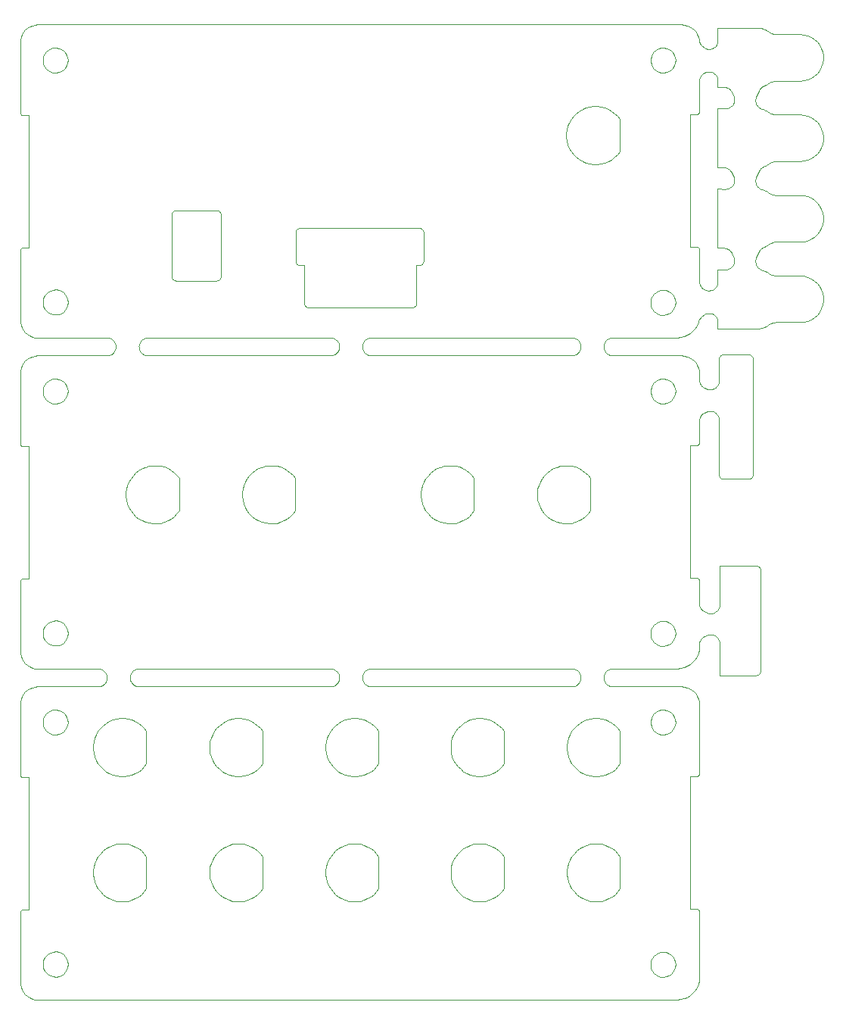
<source format=gko>
%MOIN*%
%OFA0B0*%
%FSLAX44Y44*%
%IPPOS*%
%LPD*%
%ADD10C,0*%
D10*
X00030732Y00040447D02*
X00030732Y00040447D01*
X00030732Y00040165D01*
X00030991Y00040165D01*
X00031013Y00040164D01*
X00031034Y00040163D01*
X00031056Y00040160D01*
X00031078Y00040155D01*
X00031099Y00040150D01*
X00031120Y00040143D01*
X00031140Y00040136D01*
X00031160Y00040127D01*
X00031180Y00040117D01*
X00031199Y00040106D01*
X00031217Y00040094D01*
X00031234Y00040081D01*
X00031251Y00040067D01*
X00031267Y00040052D01*
X00031282Y00040036D01*
X00031297Y00040019D01*
X00031310Y00040002D01*
X00031322Y00039984D01*
X00031334Y00039965D01*
X00031344Y00039946D01*
X00031422Y00039788D01*
X00031438Y00039751D01*
X00031450Y00039713D01*
X00031458Y00039674D01*
X00031462Y00039634D01*
X00031462Y00039594D01*
X00031458Y00039555D01*
X00031450Y00039515D01*
X00031438Y00039477D01*
X00031423Y00039441D01*
X00031403Y00039406D01*
X00031381Y00039373D01*
X00031355Y00039342D01*
X00031326Y00039315D01*
X00031294Y00039290D01*
X00031260Y00039269D01*
X00031224Y00039252D01*
X00031187Y00039238D01*
X00031148Y00039228D01*
X00031109Y00039222D01*
X00031069Y00039220D01*
X00030732Y00039220D01*
X00030732Y00036622D01*
X00030991Y00036622D01*
X00031013Y00036621D01*
X00031034Y00036619D01*
X00031056Y00036616D01*
X00031078Y00036612D01*
X00031099Y00036607D01*
X00031120Y00036600D01*
X00031140Y00036592D01*
X00031160Y00036583D01*
X00031180Y00036574D01*
X00031199Y00036562D01*
X00031217Y00036550D01*
X00031234Y00036537D01*
X00031251Y00036523D01*
X00031267Y00036508D01*
X00031282Y00036493D01*
X00031297Y00036476D01*
X00031310Y00036459D01*
X00031322Y00036441D01*
X00031334Y00036422D01*
X00031344Y00036402D01*
X00031422Y00036245D01*
X00031438Y00036208D01*
X00031450Y00036170D01*
X00031458Y00036131D01*
X00031462Y00036091D01*
X00031462Y00036051D01*
X00031458Y00036011D01*
X00031450Y00035972D01*
X00031438Y00035934D01*
X00031423Y00035897D01*
X00031403Y00035862D01*
X00031381Y00035829D01*
X00031355Y00035799D01*
X00031326Y00035772D01*
X00031294Y00035747D01*
X00031260Y00035726D01*
X00031224Y00035708D01*
X00031187Y00035694D01*
X00031148Y00035684D01*
X00031109Y00035678D01*
X00031069Y00035676D01*
X00030732Y00035677D01*
X00030732Y00033078D01*
X00030991Y00033078D01*
X00031013Y00033078D01*
X00031034Y00033076D01*
X00031056Y00033073D01*
X00031078Y00033069D01*
X00031099Y00033063D01*
X00031120Y00033057D01*
X00031140Y00033049D01*
X00031160Y00033040D01*
X00031180Y00033030D01*
X00031199Y00033019D01*
X00031217Y00033007D01*
X00031234Y00032994D01*
X00031251Y00032980D01*
X00031267Y00032965D01*
X00031282Y00032949D01*
X00031297Y00032933D01*
X00031310Y00032915D01*
X00031322Y00032897D01*
X00031334Y00032879D01*
X00031344Y00032859D01*
X00031422Y00032701D01*
X00031438Y00032665D01*
X00031450Y00032627D01*
X00031458Y00032587D01*
X00031462Y00032548D01*
X00031462Y00032508D01*
X00031458Y00032468D01*
X00031450Y00032429D01*
X00031438Y00032391D01*
X00031423Y00032354D01*
X00031403Y00032319D01*
X00031381Y00032286D01*
X00031355Y00032256D01*
X00031326Y00032228D01*
X00031294Y00032204D01*
X00031260Y00032183D01*
X00031224Y00032165D01*
X00031187Y00032151D01*
X00031148Y00032141D01*
X00031109Y00032135D01*
X00031069Y00032133D01*
X00030732Y00032133D01*
X00030732Y00031600D01*
X00030730Y00031563D01*
X00030725Y00031526D01*
X00030716Y00031490D01*
X00030704Y00031455D01*
X00030689Y00031421D01*
X00030671Y00031389D01*
X00030649Y00031358D01*
X00030625Y00031330D01*
X00030598Y00031304D01*
X00030570Y00031281D01*
X00030539Y00031261D01*
X00030506Y00031243D01*
X00030471Y00031229D01*
X00030436Y00031218D01*
X00030400Y00031211D01*
X00030363Y00031207D01*
X00030326Y00031206D01*
X00030289Y00031209D01*
X00030252Y00031215D01*
X00030216Y00031225D01*
X00030189Y00031234D01*
X00030166Y00031242D01*
X00030143Y00031252D01*
X00030121Y00031263D01*
X00030100Y00031276D01*
X00030079Y00031290D01*
X00030060Y00031305D01*
X00030041Y00031321D01*
X00030024Y00031339D01*
X00030007Y00031358D01*
X00029992Y00031377D01*
X00029978Y00031398D01*
X00029966Y00031419D01*
X00029954Y00031441D01*
X00029944Y00031464D01*
X00029936Y00031487D01*
X00029929Y00031511D01*
X00029924Y00031535D01*
X00029920Y00031559D01*
X00029918Y00031584D01*
X00029917Y00031609D01*
X00029917Y00033007D01*
X00029915Y00033026D01*
X00029911Y00033044D01*
X00029904Y00033061D01*
X00029894Y00033077D01*
X00029882Y00033091D01*
X00029868Y00033103D01*
X00029852Y00033113D01*
X00029835Y00033120D01*
X00029817Y00033124D01*
X00029799Y00033125D01*
X00029527Y00033125D01*
X00029527Y00038968D01*
X00029799Y00038968D01*
X00029817Y00038969D01*
X00029835Y00038974D01*
X00029852Y00038981D01*
X00029868Y00038991D01*
X00029882Y00039003D01*
X00029894Y00039017D01*
X00029904Y00039032D01*
X00029911Y00039050D01*
X00029915Y00039068D01*
X00029917Y00039086D01*
X00029917Y00040438D01*
X00029918Y00040462D01*
X00029920Y00040487D01*
X00029924Y00040512D01*
X00029929Y00040536D01*
X00029936Y00040559D01*
X00029944Y00040583D01*
X00029954Y00040605D01*
X00029966Y00040627D01*
X00029978Y00040649D01*
X00029992Y00040669D01*
X00030007Y00040689D01*
X00030024Y00040707D01*
X00030041Y00040725D01*
X00030060Y00040741D01*
X00030079Y00040756D01*
X00030100Y00040770D01*
X00030121Y00040783D01*
X00030143Y00040794D01*
X00030166Y00040804D01*
X00030189Y00040812D01*
X00030216Y00040821D01*
X00030252Y00040831D01*
X00030289Y00040837D01*
X00030326Y00040840D01*
X00030363Y00040840D01*
X00030400Y00040836D01*
X00030436Y00040828D01*
X00030471Y00040817D01*
X00030506Y00040803D01*
X00030539Y00040786D01*
X00030570Y00040765D01*
X00030598Y00040742D01*
X00030625Y00040716D01*
X00030649Y00040688D01*
X00030671Y00040658D01*
X00030689Y00040625D01*
X00030704Y00040592D01*
X00030716Y00040557D01*
X00030725Y00040520D01*
X00030730Y00040484D01*
X00030732Y00040447D01*
X00028344Y00030134D02*
X00028344Y00030134D01*
X00028225Y00030141D01*
X00028110Y00030173D01*
X00028005Y00030228D01*
X00027914Y00030305D01*
X00027842Y00030400D01*
X00027792Y00030509D01*
X00027767Y00030625D01*
X00027767Y00030744D01*
X00027792Y00030861D01*
X00027842Y00030969D01*
X00027914Y00031064D01*
X00028005Y00031141D01*
X00028110Y00031197D01*
X00028225Y00031228D01*
X00028344Y00031235D01*
X00028462Y00031216D01*
X00028573Y00031172D01*
X00028671Y00031105D01*
X00028753Y00031018D01*
X00028815Y00030916D01*
X00028853Y00030803D01*
X00028866Y00030685D01*
X00028853Y00030566D01*
X00028815Y00030453D01*
X00028753Y00030351D01*
X00028671Y00030264D01*
X00028573Y00030198D01*
X00028462Y00030153D01*
X00028344Y00030134D01*
X00001582Y00030144D02*
X00001582Y00030144D01*
X00001463Y00030150D01*
X00001349Y00030182D01*
X00001243Y00030238D01*
X00001152Y00030315D01*
X00001080Y00030410D01*
X00001030Y00030518D01*
X00001005Y00030635D01*
X00001005Y00030754D01*
X00001030Y00030870D01*
X00001080Y00030979D01*
X00001152Y00031073D01*
X00001243Y00031151D01*
X00001349Y00031206D01*
X00001463Y00031238D01*
X00001582Y00031245D01*
X00001700Y00031225D01*
X00001811Y00031181D01*
X00001909Y00031114D01*
X00001991Y00031028D01*
X00002053Y00030926D01*
X00002091Y00030813D01*
X00002104Y00030694D01*
X00002091Y00030576D01*
X00002053Y00030463D01*
X00001991Y00030361D01*
X00001909Y00030274D01*
X00001811Y00030207D01*
X00001700Y00030163D01*
X00001582Y00030144D01*
X00012710Y00030461D02*
X00012710Y00030461D01*
X00012679Y00030463D01*
X00012649Y00030471D01*
X00012621Y00030482D01*
X00012595Y00030499D01*
X00012571Y00030519D01*
X00012551Y00030542D01*
X00012535Y00030568D01*
X00012523Y00030597D01*
X00012516Y00030627D01*
X00012513Y00030658D01*
X00012513Y00032311D01*
X00012336Y00032311D01*
X00012305Y00032314D01*
X00012275Y00032321D01*
X00012247Y00032333D01*
X00012220Y00032349D01*
X00012197Y00032369D01*
X00012177Y00032392D01*
X00012161Y00032419D01*
X00012149Y00032447D01*
X00012142Y00032477D01*
X00012139Y00032508D01*
X00012139Y00033768D01*
X00012142Y00033799D01*
X00012149Y00033829D01*
X00012161Y00033857D01*
X00012177Y00033884D01*
X00012197Y00033907D01*
X00012220Y00033927D01*
X00012247Y00033943D01*
X00012275Y00033955D01*
X00012305Y00033962D01*
X00012336Y00033965D01*
X00017572Y00033965D01*
X00017603Y00033962D01*
X00017633Y00033955D01*
X00017662Y00033943D01*
X00017688Y00033927D01*
X00017712Y00033907D01*
X00017732Y00033884D01*
X00017748Y00033857D01*
X00017760Y00033829D01*
X00017767Y00033799D01*
X00017769Y00033768D01*
X00017769Y00032508D01*
X00017767Y00032477D01*
X00017760Y00032447D01*
X00017748Y00032419D01*
X00017732Y00032392D01*
X00017712Y00032369D01*
X00017688Y00032349D01*
X00017662Y00032333D01*
X00017633Y00032321D01*
X00017603Y00032314D01*
X00017572Y00032311D01*
X00017454Y00032311D01*
X00017454Y00030658D01*
X00017452Y00030627D01*
X00017445Y00030597D01*
X00017433Y00030568D01*
X00017417Y00030542D01*
X00017397Y00030519D01*
X00017373Y00030499D01*
X00017347Y00030482D01*
X00017318Y00030471D01*
X00017288Y00030463D01*
X00017257Y00030461D01*
X00012710Y00030461D01*
X00008655Y00031642D02*
X00008655Y00031642D01*
X00006864Y00031642D01*
X00006833Y00031644D01*
X00006803Y00031652D01*
X00006774Y00031664D01*
X00006748Y00031680D01*
X00006725Y00031700D01*
X00006705Y00031723D01*
X00006688Y00031750D01*
X00006677Y00031778D01*
X00006669Y00031808D01*
X00006667Y00031839D01*
X00006667Y00034536D01*
X00006669Y00034567D01*
X00006677Y00034597D01*
X00006688Y00034625D01*
X00006705Y00034651D01*
X00006725Y00034675D01*
X00006748Y00034695D01*
X00006774Y00034711D01*
X00006803Y00034723D01*
X00006833Y00034730D01*
X00006864Y00034733D01*
X00008655Y00034733D01*
X00008686Y00034730D01*
X00008716Y00034723D01*
X00008744Y00034711D01*
X00008771Y00034695D01*
X00008794Y00034675D01*
X00008814Y00034651D01*
X00008830Y00034625D01*
X00008842Y00034597D01*
X00008850Y00034567D01*
X00008852Y00034536D01*
X00008852Y00031839D01*
X00008850Y00031808D01*
X00008842Y00031778D01*
X00008830Y00031750D01*
X00008814Y00031723D01*
X00008794Y00031700D01*
X00008771Y00031680D01*
X00008744Y00031664D01*
X00008716Y00031652D01*
X00008686Y00031644D01*
X00008655Y00031642D01*
X00025421Y00036764D02*
X00025421Y00036764D01*
X00025253Y00036764D01*
X00025087Y00036786D01*
X00024926Y00036830D01*
X00024771Y00036894D01*
X00024627Y00036978D01*
X00024494Y00037080D01*
X00024376Y00037198D01*
X00024274Y00037331D01*
X00024190Y00037476D01*
X00024126Y00037630D01*
X00024083Y00037792D01*
X00024061Y00037958D01*
X00024061Y00038125D01*
X00024083Y00038291D01*
X00024126Y00038452D01*
X00024190Y00038607D01*
X00024274Y00038752D01*
X00024376Y00038885D01*
X00024494Y00039003D01*
X00024627Y00039105D01*
X00024771Y00039189D01*
X00024926Y00039253D01*
X00025087Y00039296D01*
X00025253Y00039318D01*
X00025421Y00039318D01*
X00025587Y00039297D01*
X00025748Y00039254D01*
X00025903Y00039190D01*
X00026048Y00039106D01*
X00026181Y00039005D01*
X00026299Y00038887D01*
X00026401Y00038754D01*
X00026401Y00037329D01*
X00026299Y00037196D01*
X00026181Y00037078D01*
X00026048Y00036976D01*
X00025903Y00036893D01*
X00025748Y00036829D01*
X00025587Y00036786D01*
X00025421Y00036764D01*
X00028354Y00040794D02*
X00028354Y00040794D01*
X00028235Y00040800D01*
X00028120Y00040832D01*
X00028015Y00040888D01*
X00027924Y00040965D01*
X00027852Y00041060D01*
X00027802Y00041168D01*
X00027776Y00041284D01*
X00027776Y00041404D01*
X00027802Y00041520D01*
X00027852Y00041628D01*
X00027924Y00041723D01*
X00028015Y00041800D01*
X00028120Y00041856D01*
X00028235Y00041888D01*
X00028354Y00041894D01*
X00028472Y00041875D01*
X00028582Y00041831D01*
X00028681Y00041764D01*
X00028763Y00041678D01*
X00028825Y00041575D01*
X00028863Y00041462D01*
X00028875Y00041344D01*
X00028875Y00041344D01*
X00028863Y00041226D01*
X00028825Y00041113D01*
X00028763Y00041010D01*
X00028681Y00040924D01*
X00028582Y00040857D01*
X00028472Y00040813D01*
X00028354Y00040794D01*
X00001582Y00040794D02*
X00001582Y00040794D01*
X00001463Y00040800D01*
X00001349Y00040832D01*
X00001243Y00040888D01*
X00001152Y00040965D01*
X00001080Y00041060D01*
X00001030Y00041168D01*
X00001005Y00041284D01*
X00001005Y00041404D01*
X00001030Y00041520D01*
X00001080Y00041628D01*
X00001152Y00041723D01*
X00001243Y00041800D01*
X00001349Y00041856D01*
X00001463Y00041888D01*
X00001582Y00041894D01*
X00001700Y00041875D01*
X00001811Y00041831D01*
X00001909Y00041764D01*
X00001991Y00041678D01*
X00002053Y00041575D01*
X00002091Y00041462D01*
X00002104Y00041344D01*
X00002104Y00041344D01*
X00002091Y00041226D01*
X00002053Y00041113D01*
X00001991Y00041010D01*
X00001909Y00040924D01*
X00001811Y00040857D01*
X00001700Y00040813D01*
X00001582Y00040794D01*
X00026097Y00029137D02*
X00026097Y00029137D01*
X00028937Y00029137D01*
X00029090Y00029149D01*
X00029239Y00029185D01*
X00029382Y00029244D01*
X00029513Y00029325D01*
X00029630Y00029424D01*
X00029730Y00029541D01*
X00029810Y00029673D01*
X00029869Y00029815D01*
X00029872Y00029829D01*
X00029875Y00029840D01*
X00029878Y00029850D01*
X00029881Y00029861D01*
X00029885Y00029872D01*
X00029889Y00029882D01*
X00029893Y00029893D01*
X00029898Y00029903D01*
X00029903Y00029913D01*
X00029908Y00029923D01*
X00029913Y00029933D01*
X00029919Y00029942D01*
X00029925Y00029952D01*
X00029931Y00029961D01*
X00029938Y00029970D01*
X00029945Y00029979D01*
X00029952Y00029988D01*
X00029959Y00029996D01*
X00029966Y00030005D01*
X00029974Y00030013D01*
X00029982Y00030021D01*
X00030065Y00030101D01*
X00030100Y00030130D01*
X00030138Y00030156D01*
X00030179Y00030177D01*
X00030222Y00030193D01*
X00030267Y00030204D01*
X00030313Y00030210D01*
X00030359Y00030210D01*
X00030404Y00030205D01*
X00030449Y00030195D01*
X00030492Y00030179D01*
X00030533Y00030159D01*
X00030572Y00030133D01*
X00030607Y00030104D01*
X00030639Y00030071D01*
X00030667Y00030034D01*
X00030690Y00029994D01*
X00030708Y00029952D01*
X00030721Y00029908D01*
X00030729Y00029863D01*
X00030732Y00029817D01*
X00030732Y00029535D01*
X00032523Y00029536D01*
X00032569Y00029539D01*
X00032616Y00029544D01*
X00032662Y00029553D01*
X00032707Y00029564D01*
X00032751Y00029578D01*
X00032795Y00029595D01*
X00032837Y00029615D01*
X00032879Y00029637D01*
X00032918Y00029662D01*
X00032956Y00029689D01*
X00032989Y00029712D01*
X00033024Y00029732D01*
X00033059Y00029751D01*
X00033096Y00029767D01*
X00033133Y00029781D01*
X00033172Y00029792D01*
X00033211Y00029801D01*
X00033250Y00029807D01*
X00033290Y00029811D01*
X00033330Y00029812D01*
X00034354Y00029812D01*
X00034354Y00029811D01*
X00034522Y00029825D01*
X00034686Y00029867D01*
X00034841Y00029935D01*
X00034982Y00030027D01*
X00035107Y00030142D01*
X00035210Y00030275D01*
X00035291Y00030424D01*
X00035346Y00030583D01*
X00035373Y00030750D01*
X00035373Y00030919D01*
X00035346Y00031086D01*
X00035291Y00031246D01*
X00035210Y00031394D01*
X00035107Y00031528D01*
X00034982Y00031642D01*
X00034841Y00031734D01*
X00034686Y00031802D01*
X00034522Y00031844D01*
X00034354Y00031858D01*
X00033330Y00031858D01*
X00033289Y00031859D01*
X00033248Y00031863D01*
X00033208Y00031869D01*
X00033168Y00031879D01*
X00033129Y00031890D01*
X00033090Y00031905D01*
X00033053Y00031921D01*
X00033017Y00031940D01*
X00032982Y00031962D01*
X00032948Y00031986D01*
X00032911Y00032012D01*
X00032872Y00032035D01*
X00032831Y00032057D01*
X00032789Y00032076D01*
X00032747Y00032092D01*
X00032703Y00032105D01*
X00032692Y00032108D01*
X00032659Y00032117D01*
X00032627Y00032130D01*
X00032596Y00032145D01*
X00032567Y00032163D01*
X00032539Y00032184D01*
X00032513Y00032207D01*
X00032489Y00032232D01*
X00032468Y00032259D01*
X00032448Y00032287D01*
X00032432Y00032318D01*
X00032418Y00032349D01*
X00032407Y00032382D01*
X00032399Y00032416D01*
X00032394Y00032450D01*
X00032392Y00032485D01*
X00032393Y00032519D01*
X00032397Y00032553D01*
X00032404Y00032587D01*
X00032414Y00032620D01*
X00032427Y00032652D01*
X00032549Y00032922D01*
X00032555Y00032936D01*
X00032562Y00032949D01*
X00032570Y00032962D01*
X00032578Y00032975D01*
X00032587Y00032988D01*
X00032596Y00033000D01*
X00032605Y00033012D01*
X00032615Y00033024D01*
X00032626Y00033035D01*
X00032637Y00033045D01*
X00032648Y00033056D01*
X00032659Y00033066D01*
X00032672Y00033075D01*
X00032684Y00033084D01*
X00032697Y00033092D01*
X00032710Y00033100D01*
X00032723Y00033108D01*
X00032737Y00033114D01*
X00032751Y00033121D01*
X00032765Y00033127D01*
X00032795Y00033138D01*
X00032837Y00033158D01*
X00032879Y00033180D01*
X00032918Y00033205D01*
X00032956Y00033233D01*
X00032989Y00033255D01*
X00033024Y00033276D01*
X00033059Y00033294D01*
X00033096Y00033310D01*
X00033133Y00033324D01*
X00033172Y00033335D01*
X00033211Y00033344D01*
X00033250Y00033350D01*
X00033290Y00033354D01*
X00033330Y00033355D01*
X00034354Y00033355D01*
X00034354Y00033355D01*
X00034522Y00033369D01*
X00034686Y00033410D01*
X00034841Y00033478D01*
X00034982Y00033571D01*
X00035107Y00033685D01*
X00035210Y00033818D01*
X00035291Y00033967D01*
X00035346Y00034127D01*
X00035373Y00034293D01*
X00035373Y00034462D01*
X00035346Y00034629D01*
X00035291Y00034789D01*
X00035210Y00034938D01*
X00035107Y00035071D01*
X00034982Y00035185D01*
X00034841Y00035278D01*
X00034686Y00035346D01*
X00034522Y00035387D01*
X00034354Y00035401D01*
X00033330Y00035401D01*
X00033289Y00035402D01*
X00033248Y00035406D01*
X00033208Y00035413D01*
X00033168Y00035422D01*
X00033129Y00035434D01*
X00033090Y00035448D01*
X00033053Y00035465D01*
X00033017Y00035484D01*
X00032982Y00035505D01*
X00032948Y00035529D01*
X00032911Y00035555D01*
X00032872Y00035579D01*
X00032831Y00035600D01*
X00032789Y00035619D01*
X00032747Y00035635D01*
X00032703Y00035649D01*
X00032692Y00035651D01*
X00032659Y00035661D01*
X00032627Y00035673D01*
X00032596Y00035689D01*
X00032567Y00035707D01*
X00032539Y00035727D01*
X00032513Y00035750D01*
X00032489Y00035775D01*
X00032468Y00035802D01*
X00032448Y00035831D01*
X00032432Y00035861D01*
X00032418Y00035893D01*
X00032407Y00035926D01*
X00032399Y00035959D01*
X00032394Y00035993D01*
X00032392Y00036028D01*
X00032393Y00036062D01*
X00032397Y00036097D01*
X00032404Y00036130D01*
X00032414Y00036164D01*
X00032427Y00036196D01*
X00032549Y00036465D01*
X00032555Y00036479D01*
X00032562Y00036492D01*
X00032570Y00036506D01*
X00032578Y00036519D01*
X00032587Y00036531D01*
X00032596Y00036543D01*
X00032605Y00036555D01*
X00032615Y00036567D01*
X00032626Y00036578D01*
X00032637Y00036589D01*
X00032648Y00036599D01*
X00032659Y00036609D01*
X00032672Y00036618D01*
X00032684Y00036627D01*
X00032697Y00036636D01*
X00032710Y00036643D01*
X00032723Y00036651D01*
X00032737Y00036658D01*
X00032751Y00036664D01*
X00032765Y00036670D01*
X00032795Y00036682D01*
X00032837Y00036701D01*
X00032879Y00036724D01*
X00032918Y00036749D01*
X00032956Y00036776D01*
X00032989Y00036799D01*
X00033024Y00036819D01*
X00033059Y00036837D01*
X00033096Y00036853D01*
X00033133Y00036867D01*
X00033172Y00036878D01*
X00033211Y00036887D01*
X00033250Y00036894D01*
X00033290Y00036897D01*
X00033330Y00036899D01*
X00034354Y00036899D01*
X00034354Y00036898D01*
X00034522Y00036912D01*
X00034686Y00036954D01*
X00034841Y00037021D01*
X00034982Y00037114D01*
X00035107Y00037228D01*
X00035210Y00037362D01*
X00035291Y00037510D01*
X00035346Y00037670D01*
X00035373Y00037837D01*
X00035373Y00038006D01*
X00035346Y00038172D01*
X00035291Y00038332D01*
X00035210Y00038481D01*
X00035107Y00038614D01*
X00034982Y00038729D01*
X00034841Y00038821D01*
X00034686Y00038889D01*
X00034522Y00038930D01*
X00034354Y00038944D01*
X00033330Y00038944D01*
X00033289Y00038946D01*
X00033248Y00038950D01*
X00033208Y00038956D01*
X00033168Y00038965D01*
X00033129Y00038977D01*
X00033090Y00038991D01*
X00033053Y00039008D01*
X00033017Y00039027D01*
X00032982Y00039048D01*
X00032948Y00039072D01*
X00032911Y00039098D01*
X00032872Y00039122D01*
X00032831Y00039143D01*
X00032789Y00039162D01*
X00032747Y00039178D01*
X00032703Y00039192D01*
X00032692Y00039194D01*
X00032659Y00039204D01*
X00032627Y00039217D01*
X00032596Y00039232D01*
X00032567Y00039250D01*
X00032539Y00039270D01*
X00032513Y00039293D01*
X00032489Y00039318D01*
X00032468Y00039345D01*
X00032448Y00039374D01*
X00032432Y00039404D01*
X00032418Y00039436D01*
X00032407Y00039469D01*
X00032399Y00039502D01*
X00032394Y00039537D01*
X00032392Y00039571D01*
X00032393Y00039606D01*
X00032397Y00039640D01*
X00032404Y00039674D01*
X00032414Y00039707D01*
X00032427Y00039739D01*
X00032549Y00040008D01*
X00032555Y00040022D01*
X00032562Y00040036D01*
X00032570Y00040049D01*
X00032578Y00040062D01*
X00032587Y00040074D01*
X00032596Y00040087D01*
X00032605Y00040099D01*
X00032615Y00040110D01*
X00032626Y00040121D01*
X00032637Y00040132D01*
X00032648Y00040142D01*
X00032659Y00040152D01*
X00032672Y00040162D01*
X00032684Y00040170D01*
X00032697Y00040179D01*
X00032710Y00040187D01*
X00032723Y00040194D01*
X00032737Y00040201D01*
X00032751Y00040207D01*
X00032765Y00040213D01*
X00032795Y00040225D01*
X00032837Y00040245D01*
X00032879Y00040267D01*
X00032918Y00040292D01*
X00032956Y00040319D01*
X00032989Y00040342D01*
X00033024Y00040362D01*
X00033059Y00040381D01*
X00033096Y00040397D01*
X00033133Y00040410D01*
X00033172Y00040422D01*
X00033211Y00040431D01*
X00033250Y00040437D01*
X00033290Y00040441D01*
X00033330Y00040442D01*
X00034354Y00040442D01*
X00034354Y00040441D01*
X00034522Y00040455D01*
X00034686Y00040497D01*
X00034841Y00040565D01*
X00034982Y00040657D01*
X00035107Y00040772D01*
X00035210Y00040905D01*
X00035291Y00041054D01*
X00035346Y00041213D01*
X00035373Y00041380D01*
X00035373Y00041549D01*
X00035346Y00041716D01*
X00035291Y00041876D01*
X00035210Y00042024D01*
X00035107Y00042158D01*
X00034982Y00042272D01*
X00034841Y00042364D01*
X00034686Y00042432D01*
X00034522Y00042474D01*
X00034354Y00042488D01*
X00033330Y00042488D01*
X00033289Y00042489D01*
X00033248Y00042493D01*
X00033208Y00042499D01*
X00033168Y00042509D01*
X00033129Y00042520D01*
X00033090Y00042535D01*
X00033053Y00042551D01*
X00033017Y00042570D01*
X00032982Y00042592D01*
X00032948Y00042615D01*
X00032911Y00042642D01*
X00032872Y00042665D01*
X00032831Y00042687D01*
X00032789Y00042705D01*
X00032747Y00042722D01*
X00032703Y00042735D01*
X00032658Y00042746D01*
X00032613Y00042754D01*
X00032568Y00042759D01*
X00032522Y00042762D01*
X00030732Y00042763D01*
X00030732Y00042229D01*
X00030729Y00042184D01*
X00030721Y00042138D01*
X00030708Y00042094D01*
X00030690Y00042052D01*
X00030666Y00042012D01*
X00030639Y00041975D01*
X00030607Y00041942D01*
X00030572Y00041913D01*
X00030533Y00041888D01*
X00030492Y00041867D01*
X00030449Y00041852D01*
X00030404Y00041841D01*
X00030358Y00041836D01*
X00030312Y00041837D01*
X00030267Y00041842D01*
X00030222Y00041853D01*
X00030179Y00041869D01*
X00030138Y00041890D01*
X00030100Y00041916D01*
X00030065Y00041946D01*
X00030028Y00041982D01*
X00030017Y00041992D01*
X00030008Y00042002D01*
X00029998Y00042013D01*
X00029989Y00042024D01*
X00029981Y00042036D01*
X00029973Y00042048D01*
X00029965Y00042060D01*
X00029958Y00042072D01*
X00029951Y00042085D01*
X00029945Y00042097D01*
X00029939Y00042110D01*
X00029933Y00042124D01*
X00029929Y00042137D01*
X00029924Y00042151D01*
X00029920Y00042164D01*
X00029917Y00042178D01*
X00029914Y00042192D01*
X00029912Y00042206D01*
X00029910Y00042220D01*
X00029908Y00042235D01*
X00029907Y00042249D01*
X00029878Y00042369D01*
X00029831Y00042483D01*
X00029766Y00042588D01*
X00029686Y00042682D01*
X00029592Y00042763D01*
X00029487Y00042827D01*
X00029373Y00042874D01*
X00029253Y00042903D01*
X00029129Y00042913D01*
X00000787Y00042913D01*
X00000664Y00042903D01*
X00000544Y00042874D01*
X00000429Y00042827D01*
X00000324Y00042763D01*
X00000230Y00042682D01*
X00000150Y00042588D01*
X00000085Y00042483D01*
X00000038Y00042369D01*
X00000009Y00042249D01*
X00000000Y00042125D01*
X00000000Y00039047D01*
X00000001Y00039028D01*
X00000005Y00039010D01*
X00000012Y00038993D01*
X00000022Y00038977D01*
X00000034Y00038963D01*
X00000048Y00038951D01*
X00000064Y00038942D01*
X00000081Y00038934D01*
X00000099Y00038930D01*
X00000118Y00038929D01*
X00000389Y00038929D01*
X00000389Y00033086D01*
X00000118Y00033086D01*
X00000099Y00033085D01*
X00000081Y00033080D01*
X00000064Y00033073D01*
X00000048Y00033064D01*
X00000034Y00033052D01*
X00000022Y00033037D01*
X00000012Y00033022D01*
X00000005Y00033005D01*
X00000001Y00032986D01*
X00000000Y00032968D01*
X00000000Y00029921D01*
X00000009Y00029798D01*
X00000038Y00029677D01*
X00000085Y00029563D01*
X00000150Y00029458D01*
X00000230Y00029364D01*
X00000324Y00029284D01*
X00000429Y00029219D01*
X00000544Y00029172D01*
X00000664Y00029143D01*
X00000787Y00029133D01*
X00003822Y00029134D01*
X00003822Y00029134D01*
X00003863Y00029132D01*
X00003904Y00029125D01*
X00003943Y00029115D01*
X00003982Y00029100D01*
X00004018Y00029081D01*
X00004053Y00029059D01*
X00004085Y00029033D01*
X00004114Y00029005D01*
X00004140Y00028973D01*
X00004162Y00028938D01*
X00004181Y00028902D01*
X00004196Y00028864D01*
X00004207Y00028824D01*
X00004213Y00028784D01*
X00004216Y00028743D01*
X00004214Y00028702D01*
X00004208Y00028661D01*
X00004197Y00028621D01*
X00004183Y00028583D01*
X00004165Y00028546D01*
X00004164Y00028546D01*
X00004154Y00028528D01*
X00004142Y00028511D01*
X00004130Y00028494D01*
X00004116Y00028478D01*
X00004102Y00028463D01*
X00004087Y00028449D01*
X00004071Y00028435D01*
X00004055Y00028422D01*
X00004038Y00028410D01*
X00004020Y00028400D01*
X00004002Y00028390D01*
X00003983Y00028381D01*
X00003964Y00028373D01*
X00003944Y00028366D01*
X00003925Y00028360D01*
X00003904Y00028355D01*
X00003884Y00028351D01*
X00003863Y00028348D01*
X00003843Y00028347D01*
X00003822Y00028346D01*
X00003822Y00028346D01*
X00000787Y00028346D01*
X00000664Y00028336D01*
X00000544Y00028307D01*
X00000429Y00028260D01*
X00000324Y00028196D01*
X00000230Y00028115D01*
X00000150Y00028021D01*
X00000085Y00027916D01*
X00000038Y00027802D01*
X00000009Y00027682D01*
X00000000Y00027559D01*
X00000000Y00024480D01*
X00000001Y00024461D01*
X00000005Y00024443D01*
X00000012Y00024426D01*
X00000022Y00024410D01*
X00000034Y00024396D01*
X00000048Y00024384D01*
X00000064Y00024375D01*
X00000081Y00024367D01*
X00000099Y00024363D01*
X00000118Y00024362D01*
X00000389Y00024362D01*
X00000389Y00018519D01*
X00000118Y00018519D01*
X00000099Y00018518D01*
X00000081Y00018513D01*
X00000064Y00018506D01*
X00000048Y00018497D01*
X00000034Y00018485D01*
X00000022Y00018471D01*
X00000012Y00018455D01*
X00000005Y00018438D01*
X00000001Y00018420D01*
X00000000Y00018401D01*
X00000000Y00015354D01*
X00000009Y00015231D01*
X00000038Y00015111D01*
X00000085Y00014996D01*
X00000150Y00014891D01*
X00000230Y00014797D01*
X00000324Y00014717D01*
X00000429Y00014652D01*
X00000544Y00014605D01*
X00000664Y00014576D01*
X00000787Y00014566D01*
X00003428Y00014567D01*
X00003470Y00014565D01*
X00003510Y00014558D01*
X00003550Y00014547D01*
X00003589Y00014533D01*
X00003626Y00014514D01*
X00003660Y00014491D01*
X00003692Y00014465D01*
X00003722Y00014436D01*
X00003747Y00014404D01*
X00003770Y00014369D01*
X00003789Y00014332D01*
X00003803Y00014293D01*
X00003814Y00014253D01*
X00003820Y00014213D01*
X00003822Y00014171D01*
X00003820Y00014130D01*
X00003813Y00014089D01*
X00003802Y00014049D01*
X00003787Y00014011D01*
X00003768Y00013974D01*
X00003768Y00013974D01*
X00003757Y00013956D01*
X00003745Y00013940D01*
X00003733Y00013923D01*
X00003719Y00013908D01*
X00003705Y00013893D01*
X00003690Y00013879D01*
X00003675Y00013866D01*
X00003658Y00013853D01*
X00003641Y00013842D01*
X00003624Y00013831D01*
X00003606Y00013821D01*
X00003587Y00013813D01*
X00003568Y00013805D01*
X00003549Y00013798D01*
X00003529Y00013792D01*
X00003509Y00013788D01*
X00003489Y00013784D01*
X00003469Y00013781D01*
X00003449Y00013780D01*
X00003428Y00013779D01*
X00000787Y00013779D01*
X00000664Y00013769D01*
X00000544Y00013740D01*
X00000429Y00013693D01*
X00000324Y00013629D01*
X00000230Y00013548D01*
X00000150Y00013454D01*
X00000085Y00013349D01*
X00000038Y00013235D01*
X00000009Y00013115D01*
X00000000Y00012992D01*
X00000000Y00009913D01*
X00000001Y00009894D01*
X00000005Y00009876D01*
X00000012Y00009859D01*
X00000022Y00009843D01*
X00000034Y00009829D01*
X00000048Y00009817D01*
X00000064Y00009808D01*
X00000081Y00009801D01*
X00000099Y00009796D01*
X00000118Y00009795D01*
X00000389Y00009795D01*
X00000389Y00003952D01*
X00000118Y00003952D01*
X00000099Y00003951D01*
X00000081Y00003946D01*
X00000064Y00003939D01*
X00000048Y00003930D01*
X00000034Y00003918D01*
X00000022Y00003904D01*
X00000012Y00003888D01*
X00000005Y00003871D01*
X00000001Y00003853D01*
X00000000Y00003834D01*
X00000000Y00000787D01*
X00000009Y00000664D01*
X00000038Y00000544D01*
X00000085Y00000429D01*
X00000150Y00000324D01*
X00000230Y00000230D01*
X00000324Y00000150D01*
X00000429Y00000085D01*
X00000544Y00000038D01*
X00000664Y00000009D01*
X00000787Y00000000D01*
X00028937Y00000003D01*
X00029090Y00000016D01*
X00029239Y00000051D01*
X00029382Y00000110D01*
X00029513Y00000191D01*
X00029630Y00000291D01*
X00029730Y00000408D01*
X00029810Y00000539D01*
X00029869Y00000681D01*
X00029905Y00000830D01*
X00029917Y00000984D01*
X00029917Y00003874D01*
X00029915Y00003892D01*
X00029911Y00003910D01*
X00029904Y00003927D01*
X00029894Y00003943D01*
X00029882Y00003957D01*
X00029868Y00003969D01*
X00029852Y00003979D01*
X00029835Y00003986D01*
X00029817Y00003990D01*
X00029799Y00003992D01*
X00029527Y00003992D01*
X00029527Y00009834D01*
X00029799Y00009834D01*
X00029817Y00009836D01*
X00029835Y00009840D01*
X00029852Y00009847D01*
X00029868Y00009857D01*
X00029882Y00009869D01*
X00029894Y00009883D01*
X00029904Y00009899D01*
X00029911Y00009916D01*
X00029915Y00009934D01*
X00029917Y00009952D01*
X00029917Y00012992D01*
X00029907Y00013115D01*
X00029878Y00013235D01*
X00029831Y00013349D01*
X00029766Y00013454D01*
X00029686Y00013548D01*
X00029592Y00013629D01*
X00029487Y00013693D01*
X00029373Y00013740D01*
X00029253Y00013769D01*
X00029129Y00013779D01*
X00026098Y00013779D01*
X00026098Y00013779D01*
X00026075Y00013780D01*
X00026052Y00013782D01*
X00026030Y00013785D01*
X00026007Y00013790D01*
X00025985Y00013796D01*
X00025963Y00013803D01*
X00025942Y00013812D01*
X00025921Y00013821D01*
X00025901Y00013832D01*
X00025881Y00013845D01*
X00025862Y00013858D01*
X00025844Y00013872D01*
X00025827Y00013888D01*
X00025811Y00013904D01*
X00025796Y00013921D01*
X00025781Y00013939D01*
X00025768Y00013958D01*
X00025756Y00013978D01*
X00025745Y00013998D01*
X00025736Y00014019D01*
X00025734Y00014023D01*
X00025721Y00014059D01*
X00025711Y00014097D01*
X00025705Y00014135D01*
X00025703Y00014174D01*
X00025705Y00014213D01*
X00025710Y00014251D01*
X00025720Y00014289D01*
X00025733Y00014325D01*
X00025749Y00014360D01*
X00025769Y00014394D01*
X00025792Y00014425D01*
X00025818Y00014454D01*
X00025846Y00014480D01*
X00025877Y00014503D01*
X00025911Y00014523D01*
X00025946Y00014540D01*
X00025982Y00014553D01*
X00026020Y00014562D01*
X00026058Y00014568D01*
X00026097Y00014570D01*
X00026097Y00014570D01*
X00028937Y00014570D01*
X00029090Y00014582D01*
X00029239Y00014618D01*
X00029382Y00014677D01*
X00029513Y00014758D01*
X00029630Y00014857D01*
X00029730Y00014974D01*
X00029810Y00015106D01*
X00029869Y00015248D01*
X00029905Y00015397D01*
X00029917Y00015551D01*
X00029917Y00015635D01*
X00029917Y00015657D01*
X00029919Y00015679D01*
X00029922Y00015701D01*
X00029927Y00015723D01*
X00029932Y00015745D01*
X00029939Y00015766D01*
X00029947Y00015787D01*
X00029957Y00015807D01*
X00029967Y00015827D01*
X00029978Y00015846D01*
X00029991Y00015864D01*
X00030004Y00015882D01*
X00030019Y00015899D01*
X00030034Y00015915D01*
X00030051Y00015930D01*
X00030068Y00015944D01*
X00030086Y00015958D01*
X00030104Y00015970D01*
X00030124Y00015981D01*
X00030143Y00015991D01*
X00030246Y00016039D01*
X00030282Y00016054D01*
X00030320Y00016065D01*
X00030359Y00016073D01*
X00030399Y00016076D01*
X00030438Y00016075D01*
X00030477Y00016071D01*
X00030516Y00016063D01*
X00030554Y00016050D01*
X00030590Y00016034D01*
X00030624Y00016015D01*
X00030656Y00015992D01*
X00030686Y00015966D01*
X00030713Y00015937D01*
X00030737Y00015906D01*
X00030758Y00015872D01*
X00030775Y00015837D01*
X00030789Y00015799D01*
X00030799Y00015761D01*
X00030805Y00015722D01*
X00030807Y00015683D01*
X00030807Y00014275D01*
X00032421Y00014275D01*
X00032452Y00014278D01*
X00032482Y00014285D01*
X00032510Y00014297D01*
X00032536Y00014313D01*
X00032560Y00014333D01*
X00032580Y00014356D01*
X00032596Y00014383D01*
X00032608Y00014411D01*
X00032615Y00014441D01*
X00032618Y00014472D01*
X00032618Y00018901D01*
X00032615Y00018932D01*
X00032608Y00018962D01*
X00032596Y00018990D01*
X00032580Y00019017D01*
X00032560Y00019040D01*
X00032536Y00019060D01*
X00032510Y00019076D01*
X00032482Y00019088D01*
X00032452Y00019096D01*
X00032421Y00019098D01*
X00030807Y00019098D01*
X00030807Y00017387D01*
X00030805Y00017348D01*
X00030799Y00017309D01*
X00030789Y00017270D01*
X00030775Y00017233D01*
X00030758Y00017198D01*
X00030737Y00017164D01*
X00030713Y00017133D01*
X00030686Y00017104D01*
X00030656Y00017078D01*
X00030624Y00017055D01*
X00030590Y00017036D01*
X00030554Y00017020D01*
X00030516Y00017007D01*
X00030477Y00016999D01*
X00030438Y00016994D01*
X00030399Y00016994D01*
X00030359Y00016997D01*
X00030320Y00017005D01*
X00030282Y00017016D01*
X00030246Y00017031D01*
X00030143Y00017079D01*
X00030124Y00017089D01*
X00030104Y00017100D01*
X00030086Y00017112D01*
X00030068Y00017125D01*
X00030051Y00017140D01*
X00030034Y00017155D01*
X00030019Y00017171D01*
X00030004Y00017188D01*
X00029991Y00017206D01*
X00029978Y00017224D01*
X00029967Y00017243D01*
X00029957Y00017263D01*
X00029947Y00017283D01*
X00029939Y00017304D01*
X00029932Y00017325D01*
X00029927Y00017347D01*
X00029922Y00017369D01*
X00029919Y00017391D01*
X00029917Y00017413D01*
X00029917Y00017435D01*
X00029917Y00018440D01*
X00029915Y00018459D01*
X00029911Y00018477D01*
X00029904Y00018494D01*
X00029894Y00018510D01*
X00029882Y00018524D01*
X00029868Y00018536D01*
X00029852Y00018546D01*
X00029835Y00018553D01*
X00029817Y00018557D01*
X00029799Y00018559D01*
X00029527Y00018559D01*
X00029527Y00024401D01*
X00029799Y00024401D01*
X00029817Y00024403D01*
X00029835Y00024407D01*
X00029852Y00024414D01*
X00029868Y00024424D01*
X00029882Y00024436D01*
X00029894Y00024450D01*
X00029904Y00024466D01*
X00029911Y00024483D01*
X00029915Y00024501D01*
X00029917Y00024519D01*
X00029917Y00025477D01*
X00029917Y00025500D01*
X00029919Y00025522D01*
X00029923Y00025545D01*
X00029927Y00025567D01*
X00029933Y00025589D01*
X00029940Y00025611D01*
X00029949Y00025632D01*
X00029958Y00025653D01*
X00029969Y00025673D01*
X00029981Y00025692D01*
X00029994Y00025711D01*
X00030008Y00025729D01*
X00030023Y00025746D01*
X00030039Y00025762D01*
X00030056Y00025777D01*
X00030073Y00025791D01*
X00030092Y00025804D01*
X00030111Y00025817D01*
X00030131Y00025828D01*
X00030152Y00025837D01*
X00030230Y00025872D01*
X00030267Y00025886D01*
X00030304Y00025896D01*
X00030343Y00025903D01*
X00030382Y00025905D01*
X00030421Y00025904D01*
X00030460Y00025899D01*
X00030498Y00025890D01*
X00030535Y00025878D01*
X00030570Y00025861D01*
X00030604Y00025842D01*
X00030636Y00025819D01*
X00030665Y00025793D01*
X00030692Y00025764D01*
X00030715Y00025733D01*
X00030735Y00025699D01*
X00030752Y00025664D01*
X00030766Y00025627D01*
X00030775Y00025590D01*
X00030781Y00025551D01*
X00030783Y00025512D01*
X00030783Y00023112D01*
X00030783Y00023112D01*
X00030785Y00023081D01*
X00030793Y00023051D01*
X00030804Y00023022D01*
X00030821Y00022996D01*
X00030841Y00022973D01*
X00030864Y00022952D01*
X00030890Y00022936D01*
X00030919Y00022924D01*
X00030949Y00022917D01*
X00030980Y00022915D01*
X00032082Y00022915D01*
X00032082Y00022915D01*
X00032113Y00022917D01*
X00032143Y00022924D01*
X00032172Y00022936D01*
X00032198Y00022952D01*
X00032221Y00022973D01*
X00032241Y00022996D01*
X00032258Y00023022D01*
X00032269Y00023051D01*
X00032277Y00023081D01*
X00032279Y00023112D01*
X00032279Y00028190D01*
X00032277Y00028221D01*
X00032269Y00028251D01*
X00032258Y00028280D01*
X00032241Y00028306D01*
X00032221Y00028330D01*
X00032198Y00028350D01*
X00032172Y00028366D01*
X00032143Y00028378D01*
X00032113Y00028385D01*
X00032082Y00028387D01*
X00030980Y00028387D01*
X00030949Y00028385D01*
X00030919Y00028378D01*
X00030890Y00028366D01*
X00030864Y00028350D01*
X00030841Y00028330D01*
X00030821Y00028306D01*
X00030804Y00028280D01*
X00030793Y00028251D01*
X00030785Y00028221D01*
X00030783Y00028190D01*
X00030783Y00027243D01*
X00030781Y00027204D01*
X00030775Y00027165D01*
X00030766Y00027127D01*
X00030752Y00027091D01*
X00030735Y00027055D01*
X00030715Y00027022D01*
X00030692Y00026991D01*
X00030665Y00026962D01*
X00030636Y00026936D01*
X00030604Y00026913D01*
X00030570Y00026894D01*
X00030535Y00026877D01*
X00030498Y00026865D01*
X00030460Y00026856D01*
X00030421Y00026851D01*
X00030382Y00026849D01*
X00030343Y00026852D01*
X00030304Y00026859D01*
X00030267Y00026869D01*
X00030230Y00026883D01*
X00030152Y00026918D01*
X00030131Y00026927D01*
X00030111Y00026938D01*
X00030092Y00026950D01*
X00030073Y00026964D01*
X00030056Y00026978D01*
X00030039Y00026993D01*
X00030023Y00027009D01*
X00030008Y00027026D01*
X00029994Y00027044D01*
X00029981Y00027063D01*
X00029969Y00027082D01*
X00029958Y00027102D01*
X00029949Y00027123D01*
X00029940Y00027144D01*
X00029933Y00027166D01*
X00029927Y00027188D01*
X00029923Y00027210D01*
X00029919Y00027232D01*
X00029917Y00027255D01*
X00029917Y00027278D01*
X00029917Y00027559D01*
X00029907Y00027682D01*
X00029878Y00027802D01*
X00029831Y00027916D01*
X00029766Y00028021D01*
X00029686Y00028115D01*
X00029592Y00028196D01*
X00029487Y00028260D01*
X00029373Y00028307D01*
X00029253Y00028336D01*
X00029129Y00028346D01*
X00026098Y00028346D01*
X00026075Y00028347D01*
X00026052Y00028349D01*
X00026030Y00028352D01*
X00026007Y00028357D01*
X00025985Y00028363D01*
X00025963Y00028370D01*
X00025942Y00028379D01*
X00025921Y00028388D01*
X00025901Y00028399D01*
X00025881Y00028411D01*
X00025862Y00028425D01*
X00025844Y00028439D01*
X00025827Y00028455D01*
X00025811Y00028471D01*
X00025796Y00028488D01*
X00025781Y00028506D01*
X00025768Y00028525D01*
X00025756Y00028545D01*
X00025745Y00028565D01*
X00025736Y00028586D01*
X00025734Y00028590D01*
X00025721Y00028626D01*
X00025711Y00028664D01*
X00025705Y00028702D01*
X00025703Y00028741D01*
X00025705Y00028780D01*
X00025710Y00028818D01*
X00025720Y00028856D01*
X00025733Y00028892D01*
X00025749Y00028927D01*
X00025769Y00028961D01*
X00025792Y00028992D01*
X00025818Y00029021D01*
X00025846Y00029047D01*
X00025877Y00029070D01*
X00025911Y00029090D01*
X00025946Y00029107D01*
X00025982Y00029120D01*
X00026020Y00029129D01*
X00026058Y00029135D01*
X00026097Y00029137D01*
X00028344Y00015567D02*
X00028344Y00015567D01*
X00028225Y00015574D01*
X00028110Y00015606D01*
X00028005Y00015661D01*
X00027914Y00015739D01*
X00027842Y00015833D01*
X00027792Y00015942D01*
X00027767Y00016058D01*
X00027767Y00016177D01*
X00027792Y00016294D01*
X00027842Y00016402D01*
X00027914Y00016497D01*
X00028005Y00016574D01*
X00028110Y00016630D01*
X00028225Y00016662D01*
X00028344Y00016668D01*
X00028462Y00016649D01*
X00028573Y00016605D01*
X00028671Y00016538D01*
X00028753Y00016451D01*
X00028815Y00016349D01*
X00028853Y00016236D01*
X00028866Y00016118D01*
X00028853Y00015999D01*
X00028815Y00015886D01*
X00028753Y00015784D01*
X00028671Y00015698D01*
X00028573Y00015631D01*
X00028462Y00015587D01*
X00028344Y00015567D01*
X00001582Y00015577D02*
X00001582Y00015577D01*
X00001463Y00015584D01*
X00001349Y00015615D01*
X00001243Y00015671D01*
X00001152Y00015748D01*
X00001080Y00015843D01*
X00001030Y00015951D01*
X00001005Y00016068D01*
X00001005Y00016187D01*
X00001030Y00016303D01*
X00001080Y00016412D01*
X00001152Y00016507D01*
X00001243Y00016584D01*
X00001349Y00016639D01*
X00001463Y00016671D01*
X00001582Y00016678D01*
X00001700Y00016659D01*
X00001811Y00016614D01*
X00001909Y00016548D01*
X00001991Y00016461D01*
X00002053Y00016359D01*
X00002091Y00016246D01*
X00002104Y00016127D01*
X00002091Y00016009D01*
X00002053Y00015896D01*
X00001991Y00015794D01*
X00001909Y00015707D01*
X00001811Y00015640D01*
X00001700Y00015596D01*
X00001582Y00015577D01*
X00019011Y00020955D02*
X00019011Y00020955D01*
X00018844Y00020955D01*
X00018678Y00020977D01*
X00018516Y00021020D01*
X00018362Y00021084D01*
X00018217Y00021168D01*
X00018084Y00021270D01*
X00017966Y00021388D01*
X00017864Y00021521D01*
X00017781Y00021666D01*
X00017717Y00021821D01*
X00017673Y00021982D01*
X00017652Y00022148D01*
X00017652Y00022315D01*
X00017673Y00022481D01*
X00017717Y00022643D01*
X00017781Y00022797D01*
X00017864Y00022942D01*
X00017966Y00023075D01*
X00018084Y00023194D01*
X00018217Y00023295D01*
X00018362Y00023379D01*
X00018516Y00023443D01*
X00018678Y00023487D01*
X00018844Y00023509D01*
X00019011Y00023509D01*
X00019177Y00023487D01*
X00019339Y00023444D01*
X00019493Y00023380D01*
X00019638Y00023297D01*
X00019771Y00023195D01*
X00019890Y00023077D01*
X00019992Y00022944D01*
X00019992Y00021519D01*
X00019890Y00021387D01*
X00019771Y00021268D01*
X00019638Y00021167D01*
X00019493Y00021083D01*
X00019339Y00021019D01*
X00019177Y00020976D01*
X00019011Y00020955D01*
X00024129Y00020955D02*
X00024129Y00020955D01*
X00023962Y00020955D01*
X00023796Y00020977D01*
X00023634Y00021020D01*
X00023480Y00021084D01*
X00023335Y00021168D01*
X00023202Y00021270D01*
X00023084Y00021388D01*
X00022982Y00021521D01*
X00022899Y00021666D01*
X00022835Y00021821D01*
X00022792Y00021982D01*
X00022770Y00022148D01*
X00022770Y00022315D01*
X00022792Y00022481D01*
X00022835Y00022643D01*
X00022899Y00022797D01*
X00022982Y00022942D01*
X00023084Y00023075D01*
X00023202Y00023194D01*
X00023335Y00023295D01*
X00023480Y00023379D01*
X00023634Y00023443D01*
X00023796Y00023487D01*
X00023962Y00023509D01*
X00024129Y00023509D01*
X00024295Y00023487D01*
X00024457Y00023444D01*
X00024611Y00023380D01*
X00024756Y00023297D01*
X00024889Y00023195D01*
X00025008Y00023077D01*
X00025110Y00022944D01*
X00025110Y00021519D01*
X00025008Y00021387D01*
X00024889Y00021268D01*
X00024756Y00021167D01*
X00024611Y00021083D01*
X00024457Y00021019D01*
X00024295Y00020976D01*
X00024129Y00020955D01*
X00006019Y00020955D02*
X00006019Y00020955D01*
X00005852Y00020955D01*
X00005686Y00020977D01*
X00005524Y00021020D01*
X00005370Y00021084D01*
X00005225Y00021168D01*
X00005092Y00021270D01*
X00004974Y00021388D01*
X00004872Y00021521D01*
X00004789Y00021666D01*
X00004725Y00021821D01*
X00004681Y00021982D01*
X00004659Y00022148D01*
X00004659Y00022315D01*
X00004681Y00022481D01*
X00004725Y00022643D01*
X00004789Y00022797D01*
X00004872Y00022942D01*
X00004974Y00023075D01*
X00005092Y00023194D01*
X00005225Y00023295D01*
X00005370Y00023379D01*
X00005524Y00023443D01*
X00005686Y00023487D01*
X00005852Y00023509D01*
X00006019Y00023509D01*
X00006185Y00023487D01*
X00006347Y00023444D01*
X00006501Y00023380D01*
X00006646Y00023297D01*
X00006779Y00023195D01*
X00006897Y00023077D01*
X00007000Y00022944D01*
X00007000Y00021519D01*
X00006897Y00021387D01*
X00006779Y00021268D01*
X00006646Y00021167D01*
X00006501Y00021083D01*
X00006347Y00021019D01*
X00006185Y00020976D01*
X00006019Y00020955D01*
X00011137Y00020955D02*
X00011137Y00020955D01*
X00010970Y00020955D01*
X00010804Y00020977D01*
X00010642Y00021020D01*
X00010488Y00021084D01*
X00010343Y00021168D01*
X00010210Y00021270D01*
X00010092Y00021388D01*
X00009990Y00021521D01*
X00009907Y00021666D01*
X00009843Y00021821D01*
X00009799Y00021982D01*
X00009778Y00022148D01*
X00009778Y00022315D01*
X00009799Y00022481D01*
X00009843Y00022643D01*
X00009907Y00022797D01*
X00009990Y00022942D01*
X00010092Y00023075D01*
X00010210Y00023194D01*
X00010343Y00023295D01*
X00010488Y00023379D01*
X00010642Y00023443D01*
X00010804Y00023487D01*
X00010970Y00023509D01*
X00011137Y00023509D01*
X00011303Y00023487D01*
X00011465Y00023444D01*
X00011619Y00023380D01*
X00011764Y00023297D01*
X00011897Y00023195D01*
X00012016Y00023077D01*
X00012118Y00022944D01*
X00012118Y00021519D01*
X00012016Y00021387D01*
X00011897Y00021268D01*
X00011764Y00021167D01*
X00011619Y00021083D01*
X00011465Y00021019D01*
X00011303Y00020976D01*
X00011137Y00020955D01*
X00028354Y00026227D02*
X00028354Y00026227D01*
X00028235Y00026233D01*
X00028120Y00026265D01*
X00028015Y00026321D01*
X00027924Y00026398D01*
X00027852Y00026493D01*
X00027802Y00026601D01*
X00027776Y00026717D01*
X00027776Y00026837D01*
X00027802Y00026953D01*
X00027852Y00027061D01*
X00027924Y00027156D01*
X00028015Y00027233D01*
X00028120Y00027289D01*
X00028235Y00027321D01*
X00028354Y00027327D01*
X00028472Y00027308D01*
X00028582Y00027264D01*
X00028681Y00027197D01*
X00028763Y00027111D01*
X00028825Y00027008D01*
X00028863Y00026896D01*
X00028875Y00026777D01*
X00028875Y00026777D01*
X00028863Y00026659D01*
X00028825Y00026546D01*
X00028763Y00026444D01*
X00028681Y00026357D01*
X00028582Y00026290D01*
X00028472Y00026246D01*
X00028354Y00026227D01*
X00001582Y00026227D02*
X00001582Y00026227D01*
X00001463Y00026233D01*
X00001349Y00026265D01*
X00001243Y00026321D01*
X00001152Y00026398D01*
X00001080Y00026493D01*
X00001030Y00026601D01*
X00001005Y00026717D01*
X00001005Y00026837D01*
X00001030Y00026953D01*
X00001080Y00027061D01*
X00001152Y00027156D01*
X00001243Y00027233D01*
X00001349Y00027289D01*
X00001463Y00027321D01*
X00001582Y00027327D01*
X00001700Y00027308D01*
X00001811Y00027264D01*
X00001909Y00027197D01*
X00001991Y00027111D01*
X00002053Y00027008D01*
X00002091Y00026896D01*
X00002104Y00026777D01*
X00002104Y00026777D01*
X00002091Y00026659D01*
X00002053Y00026546D01*
X00001991Y00026444D01*
X00001909Y00026357D01*
X00001811Y00026290D01*
X00001700Y00026246D01*
X00001582Y00026227D01*
X00005626Y00028346D02*
X00005626Y00028346D01*
X00013664Y00028346D01*
X00013687Y00028347D01*
X00013709Y00028348D01*
X00013731Y00028352D01*
X00013753Y00028356D01*
X00013774Y00028362D01*
X00013796Y00028368D01*
X00013816Y00028377D01*
X00013837Y00028386D01*
X00013856Y00028396D01*
X00013876Y00028407D01*
X00013894Y00028420D01*
X00013912Y00028433D01*
X00013929Y00028448D01*
X00013945Y00028463D01*
X00013960Y00028480D01*
X00013974Y00028497D01*
X00013988Y00028515D01*
X00014000Y00028533D01*
X00014011Y00028553D01*
X00014021Y00028573D01*
X00014022Y00028575D01*
X00014037Y00028611D01*
X00014048Y00028649D01*
X00014055Y00028688D01*
X00014059Y00028727D01*
X00014058Y00028767D01*
X00014054Y00028806D01*
X00014045Y00028845D01*
X00014033Y00028882D01*
X00014017Y00028918D01*
X00013997Y00028953D01*
X00013975Y00028985D01*
X00013949Y00029015D01*
X00013920Y00029042D01*
X00013888Y00029066D01*
X00013855Y00029087D01*
X00013819Y00029104D01*
X00013782Y00029117D01*
X00013744Y00029127D01*
X00013705Y00029133D01*
X00013665Y00029135D01*
X00005626Y00029134D01*
X00005626Y00029134D01*
X00005588Y00029132D01*
X00005551Y00029127D01*
X00005514Y00029118D01*
X00005479Y00029106D01*
X00005445Y00029090D01*
X00005412Y00029071D01*
X00005381Y00029049D01*
X00005353Y00029024D01*
X00005327Y00028997D01*
X00005304Y00028967D01*
X00005284Y00028936D01*
X00005267Y00028902D01*
X00005253Y00028867D01*
X00005243Y00028831D01*
X00005236Y00028794D01*
X00005232Y00028756D01*
X00005233Y00028719D01*
X00005236Y00028681D01*
X00005244Y00028644D01*
X00005255Y00028608D01*
X00005255Y00028608D01*
X00005264Y00028585D01*
X00005274Y00028563D01*
X00005286Y00028542D01*
X00005298Y00028521D01*
X00005312Y00028502D01*
X00005328Y00028483D01*
X00005344Y00028465D01*
X00005361Y00028448D01*
X00005380Y00028433D01*
X00005399Y00028418D01*
X00005419Y00028405D01*
X00005440Y00028393D01*
X00005462Y00028382D01*
X00005484Y00028372D01*
X00005507Y00028364D01*
X00005530Y00028358D01*
X00005554Y00028353D01*
X00005578Y00028349D01*
X00005602Y00028347D01*
X00005626Y00028346D01*
X00024296Y00014570D02*
X00024296Y00014570D01*
X00015468Y00014568D01*
X00015468Y00014568D01*
X00015429Y00014567D01*
X00015391Y00014561D01*
X00015353Y00014552D01*
X00015317Y00014539D01*
X00015282Y00014522D01*
X00015249Y00014502D01*
X00015218Y00014479D01*
X00015190Y00014453D01*
X00015164Y00014425D01*
X00015141Y00014394D01*
X00015121Y00014361D01*
X00015104Y00014326D01*
X00015091Y00014290D01*
X00015082Y00014252D01*
X00015076Y00014214D01*
X00015074Y00014176D01*
X00015076Y00014137D01*
X00015081Y00014099D01*
X00015091Y00014061D01*
X00015104Y00014025D01*
X00015104Y00014023D01*
X00015114Y00014002D01*
X00015125Y00013981D01*
X00015136Y00013961D01*
X00015149Y00013942D01*
X00015164Y00013924D01*
X00015179Y00013906D01*
X00015195Y00013889D01*
X00015212Y00013874D01*
X00015230Y00013859D01*
X00015249Y00013846D01*
X00015269Y00013833D01*
X00015289Y00013822D01*
X00015310Y00013812D01*
X00015332Y00013803D01*
X00015354Y00013796D01*
X00015376Y00013790D01*
X00015399Y00013785D01*
X00015422Y00013782D01*
X00015445Y00013780D01*
X00015469Y00013779D01*
X00015469Y00013779D01*
X00024294Y00013779D01*
X00024294Y00013779D01*
X00024317Y00013780D01*
X00024339Y00013782D01*
X00024361Y00013785D01*
X00024384Y00013789D01*
X00024405Y00013795D01*
X00024427Y00013802D01*
X00024448Y00013810D01*
X00024468Y00013819D01*
X00024488Y00013830D01*
X00024507Y00013842D01*
X00024526Y00013854D01*
X00024544Y00013868D01*
X00024561Y00013883D01*
X00024577Y00013899D01*
X00024592Y00013915D01*
X00024606Y00013933D01*
X00024619Y00013951D01*
X00024632Y00013970D01*
X00024643Y00013989D01*
X00024653Y00014010D01*
X00024654Y00014013D01*
X00024669Y00014049D01*
X00024679Y00014087D01*
X00024686Y00014126D01*
X00024689Y00014165D01*
X00024688Y00014204D01*
X00024684Y00014243D01*
X00024675Y00014282D01*
X00024663Y00014319D01*
X00024646Y00014355D01*
X00024627Y00014389D01*
X00024604Y00014421D01*
X00024578Y00014451D01*
X00024549Y00014477D01*
X00024518Y00014501D01*
X00024484Y00014522D01*
X00024449Y00014539D01*
X00024412Y00014552D01*
X00024374Y00014562D01*
X00024335Y00014568D01*
X00024296Y00014570D01*
X00028344Y00001000D02*
X00028344Y00001000D01*
X00028225Y00001007D01*
X00028110Y00001039D01*
X00028005Y00001094D01*
X00027914Y00001172D01*
X00027842Y00001267D01*
X00027792Y00001375D01*
X00027767Y00001491D01*
X00027767Y00001610D01*
X00027792Y00001727D01*
X00027842Y00001835D01*
X00027914Y00001930D01*
X00028005Y00002007D01*
X00028110Y00002063D01*
X00028225Y00002095D01*
X00028344Y00002101D01*
X00028462Y00002082D01*
X00028573Y00002038D01*
X00028671Y00001971D01*
X00028753Y00001884D01*
X00028815Y00001782D01*
X00028853Y00001669D01*
X00028866Y00001551D01*
X00028853Y00001432D01*
X00028815Y00001319D01*
X00028753Y00001217D01*
X00028671Y00001131D01*
X00028573Y00001064D01*
X00028462Y00001020D01*
X00028344Y00001000D01*
X00001582Y00001010D02*
X00001582Y00001010D01*
X00001463Y00001017D01*
X00001349Y00001048D01*
X00001243Y00001104D01*
X00001152Y00001181D01*
X00001080Y00001276D01*
X00001030Y00001385D01*
X00001005Y00001501D01*
X00001005Y00001620D01*
X00001030Y00001737D01*
X00001080Y00001845D01*
X00001152Y00001940D01*
X00001243Y00002017D01*
X00001349Y00002073D01*
X00001463Y00002104D01*
X00001582Y00002111D01*
X00001700Y00002092D01*
X00001811Y00002048D01*
X00001909Y00001981D01*
X00001991Y00001894D01*
X00002053Y00001792D01*
X00002091Y00001679D01*
X00002104Y00001561D01*
X00002091Y00001442D01*
X00002053Y00001329D01*
X00001991Y00001227D01*
X00001909Y00001140D01*
X00001811Y00001074D01*
X00001700Y00001029D01*
X00001582Y00001010D01*
X00004578Y00004317D02*
X00004578Y00004317D01*
X00004411Y00004317D01*
X00004245Y00004339D01*
X00004083Y00004382D01*
X00003929Y00004447D01*
X00003784Y00004530D01*
X00003651Y00004632D01*
X00003533Y00004751D01*
X00003431Y00004883D01*
X00003348Y00005028D01*
X00003284Y00005183D01*
X00003240Y00005344D01*
X00003219Y00005510D01*
X00003219Y00005678D01*
X00003240Y00005844D01*
X00003284Y00006005D01*
X00003348Y00006160D01*
X00003431Y00006305D01*
X00003533Y00006437D01*
X00003651Y00006556D01*
X00003784Y00006658D01*
X00003929Y00006741D01*
X00004083Y00006806D01*
X00004245Y00006849D01*
X00004411Y00006871D01*
X00004578Y00006871D01*
X00004744Y00006849D01*
X00004906Y00006806D01*
X00005060Y00006742D01*
X00005205Y00006659D01*
X00005338Y00006557D01*
X00005457Y00006439D01*
X00005559Y00006307D01*
X00005559Y00004881D01*
X00005559Y00004881D01*
X00005457Y00004749D01*
X00005338Y00004631D01*
X00005205Y00004529D01*
X00005060Y00004446D01*
X00004906Y00004382D01*
X00004744Y00004339D01*
X00004578Y00004317D01*
X00009696Y00004317D02*
X00009696Y00004317D01*
X00009529Y00004317D01*
X00009363Y00004339D01*
X00009201Y00004382D01*
X00009047Y00004447D01*
X00008902Y00004530D01*
X00008769Y00004632D01*
X00008651Y00004751D01*
X00008549Y00004883D01*
X00008466Y00005028D01*
X00008402Y00005183D01*
X00008358Y00005344D01*
X00008337Y00005510D01*
X00008337Y00005678D01*
X00008358Y00005844D01*
X00008402Y00006005D01*
X00008466Y00006160D01*
X00008549Y00006305D01*
X00008651Y00006437D01*
X00008769Y00006556D01*
X00008902Y00006658D01*
X00009047Y00006741D01*
X00009201Y00006806D01*
X00009363Y00006849D01*
X00009529Y00006871D01*
X00009696Y00006871D01*
X00009862Y00006849D01*
X00010024Y00006806D01*
X00010178Y00006742D01*
X00010323Y00006659D01*
X00010456Y00006557D01*
X00010575Y00006439D01*
X00010677Y00006307D01*
X00010677Y00004881D01*
X00010575Y00004749D01*
X00010456Y00004631D01*
X00010323Y00004529D01*
X00010178Y00004446D01*
X00010024Y00004382D01*
X00009862Y00004339D01*
X00009696Y00004317D01*
X00014814Y00004317D02*
X00014814Y00004317D01*
X00014647Y00004317D01*
X00014481Y00004339D01*
X00014320Y00004382D01*
X00014165Y00004447D01*
X00014020Y00004530D01*
X00013888Y00004632D01*
X00013769Y00004751D01*
X00013667Y00004883D01*
X00013584Y00005028D01*
X00013520Y00005183D01*
X00013477Y00005344D01*
X00013455Y00005510D01*
X00013455Y00005678D01*
X00013477Y00005844D01*
X00013520Y00006005D01*
X00013584Y00006160D01*
X00013667Y00006305D01*
X00013769Y00006437D01*
X00013888Y00006556D01*
X00014020Y00006658D01*
X00014165Y00006741D01*
X00014320Y00006806D01*
X00014481Y00006849D01*
X00014647Y00006871D01*
X00014814Y00006871D01*
X00014980Y00006849D01*
X00015142Y00006806D01*
X00015296Y00006742D01*
X00015441Y00006659D01*
X00015574Y00006557D01*
X00015693Y00006439D01*
X00015795Y00006307D01*
X00015795Y00004881D01*
X00015693Y00004749D01*
X00015574Y00004631D01*
X00015441Y00004529D01*
X00015296Y00004446D01*
X00015142Y00004382D01*
X00014980Y00004339D01*
X00014814Y00004317D01*
X00020326Y00004317D02*
X00020326Y00004317D01*
X00020159Y00004317D01*
X00019993Y00004339D01*
X00019831Y00004382D01*
X00019677Y00004447D01*
X00019532Y00004530D01*
X00019399Y00004632D01*
X00019281Y00004751D01*
X00019179Y00004883D01*
X00019096Y00005028D01*
X00019032Y00005183D01*
X00018988Y00005344D01*
X00018967Y00005510D01*
X00018967Y00005678D01*
X00018988Y00005844D01*
X00019032Y00006005D01*
X00019096Y00006160D01*
X00019179Y00006305D01*
X00019281Y00006437D01*
X00019399Y00006556D01*
X00019532Y00006658D01*
X00019677Y00006741D01*
X00019831Y00006806D01*
X00019993Y00006849D01*
X00020159Y00006871D01*
X00020326Y00006871D01*
X00020492Y00006849D01*
X00020654Y00006806D01*
X00020808Y00006742D01*
X00020953Y00006659D01*
X00021086Y00006557D01*
X00021205Y00006439D01*
X00021307Y00006307D01*
X00021307Y00004881D01*
X00021205Y00004749D01*
X00021086Y00004631D01*
X00020953Y00004529D01*
X00020808Y00004446D01*
X00020654Y00004382D01*
X00020492Y00004339D01*
X00020326Y00004317D01*
X00025444Y00004317D02*
X00025444Y00004317D01*
X00025277Y00004317D01*
X00025111Y00004339D01*
X00024949Y00004382D01*
X00024795Y00004447D01*
X00024650Y00004530D01*
X00024517Y00004632D01*
X00024399Y00004751D01*
X00024297Y00004883D01*
X00024214Y00005028D01*
X00024150Y00005183D01*
X00024107Y00005344D01*
X00024085Y00005510D01*
X00024085Y00005678D01*
X00024107Y00005844D01*
X00024150Y00006005D01*
X00024214Y00006160D01*
X00024297Y00006305D01*
X00024399Y00006437D01*
X00024517Y00006556D01*
X00024650Y00006658D01*
X00024795Y00006741D01*
X00024949Y00006806D01*
X00025111Y00006849D01*
X00025277Y00006871D01*
X00025444Y00006871D01*
X00025610Y00006849D01*
X00025772Y00006806D01*
X00025926Y00006742D01*
X00026071Y00006659D01*
X00026204Y00006557D01*
X00026323Y00006439D01*
X00026425Y00006307D01*
X00026425Y00004881D01*
X00026323Y00004749D01*
X00026204Y00004631D01*
X00026071Y00004529D01*
X00025926Y00004446D01*
X00025772Y00004382D01*
X00025610Y00004339D01*
X00025444Y00004317D01*
X00004578Y00009829D02*
X00004578Y00009829D01*
X00004411Y00009829D01*
X00004245Y00009851D01*
X00004083Y00009894D01*
X00003929Y00009958D01*
X00003784Y00010042D01*
X00003651Y00010144D01*
X00003533Y00010262D01*
X00003431Y00010395D01*
X00003348Y00010540D01*
X00003284Y00010695D01*
X00003240Y00010856D01*
X00003219Y00011022D01*
X00003219Y00011189D01*
X00003240Y00011355D01*
X00003284Y00011517D01*
X00003348Y00011672D01*
X00003431Y00011816D01*
X00003533Y00011949D01*
X00003651Y00012068D01*
X00003784Y00012169D01*
X00003929Y00012253D01*
X00004083Y00012317D01*
X00004245Y00012361D01*
X00004411Y00012383D01*
X00004578Y00012383D01*
X00004744Y00012361D01*
X00004906Y00012318D01*
X00005060Y00012254D01*
X00005205Y00012171D01*
X00005338Y00012069D01*
X00005457Y00011951D01*
X00005559Y00011818D01*
X00005559Y00010393D01*
X00005559Y00010393D01*
X00005457Y00010261D01*
X00005338Y00010142D01*
X00005205Y00010041D01*
X00005060Y00009957D01*
X00004906Y00009894D01*
X00004744Y00009850D01*
X00004578Y00009829D01*
X00009696Y00009829D02*
X00009696Y00009829D01*
X00009529Y00009829D01*
X00009363Y00009851D01*
X00009201Y00009894D01*
X00009047Y00009958D01*
X00008902Y00010042D01*
X00008769Y00010144D01*
X00008651Y00010262D01*
X00008549Y00010395D01*
X00008466Y00010540D01*
X00008402Y00010695D01*
X00008358Y00010856D01*
X00008337Y00011022D01*
X00008337Y00011189D01*
X00008358Y00011355D01*
X00008402Y00011517D01*
X00008466Y00011672D01*
X00008549Y00011816D01*
X00008651Y00011949D01*
X00008769Y00012068D01*
X00008902Y00012169D01*
X00009047Y00012253D01*
X00009201Y00012317D01*
X00009363Y00012361D01*
X00009529Y00012383D01*
X00009696Y00012383D01*
X00009862Y00012361D01*
X00010024Y00012318D01*
X00010178Y00012254D01*
X00010323Y00012171D01*
X00010456Y00012069D01*
X00010575Y00011951D01*
X00010677Y00011818D01*
X00010677Y00010393D01*
X00010575Y00010261D01*
X00010456Y00010142D01*
X00010323Y00010041D01*
X00010178Y00009957D01*
X00010024Y00009894D01*
X00009862Y00009850D01*
X00009696Y00009829D01*
X00014814Y00009829D02*
X00014814Y00009829D01*
X00014647Y00009829D01*
X00014481Y00009851D01*
X00014320Y00009894D01*
X00014165Y00009958D01*
X00014020Y00010042D01*
X00013888Y00010144D01*
X00013769Y00010262D01*
X00013667Y00010395D01*
X00013584Y00010540D01*
X00013520Y00010695D01*
X00013477Y00010856D01*
X00013455Y00011022D01*
X00013455Y00011189D01*
X00013477Y00011355D01*
X00013520Y00011517D01*
X00013584Y00011672D01*
X00013667Y00011816D01*
X00013769Y00011949D01*
X00013888Y00012068D01*
X00014020Y00012169D01*
X00014165Y00012253D01*
X00014320Y00012317D01*
X00014481Y00012361D01*
X00014647Y00012383D01*
X00014814Y00012383D01*
X00014980Y00012361D01*
X00015142Y00012318D01*
X00015296Y00012254D01*
X00015441Y00012171D01*
X00015574Y00012069D01*
X00015693Y00011951D01*
X00015795Y00011818D01*
X00015795Y00010393D01*
X00015693Y00010261D01*
X00015574Y00010142D01*
X00015441Y00010041D01*
X00015296Y00009957D01*
X00015142Y00009894D01*
X00014980Y00009850D01*
X00014814Y00009829D01*
X00020326Y00009829D02*
X00020326Y00009829D01*
X00020159Y00009829D01*
X00019993Y00009851D01*
X00019831Y00009894D01*
X00019677Y00009958D01*
X00019532Y00010042D01*
X00019399Y00010144D01*
X00019281Y00010262D01*
X00019179Y00010395D01*
X00019096Y00010540D01*
X00019032Y00010695D01*
X00018988Y00010856D01*
X00018967Y00011022D01*
X00018967Y00011189D01*
X00018988Y00011355D01*
X00019032Y00011517D01*
X00019096Y00011672D01*
X00019179Y00011816D01*
X00019281Y00011949D01*
X00019399Y00012068D01*
X00019532Y00012169D01*
X00019677Y00012253D01*
X00019831Y00012317D01*
X00019993Y00012361D01*
X00020159Y00012383D01*
X00020326Y00012383D01*
X00020492Y00012361D01*
X00020654Y00012318D01*
X00020808Y00012254D01*
X00020953Y00012171D01*
X00021086Y00012069D01*
X00021205Y00011951D01*
X00021307Y00011818D01*
X00021307Y00010393D01*
X00021205Y00010261D01*
X00021086Y00010142D01*
X00020953Y00010041D01*
X00020808Y00009957D01*
X00020654Y00009894D01*
X00020492Y00009850D01*
X00020326Y00009829D01*
X00025444Y00009829D02*
X00025444Y00009829D01*
X00025277Y00009829D01*
X00025111Y00009851D01*
X00024949Y00009894D01*
X00024795Y00009958D01*
X00024650Y00010042D01*
X00024517Y00010144D01*
X00024399Y00010262D01*
X00024297Y00010395D01*
X00024214Y00010540D01*
X00024150Y00010695D01*
X00024107Y00010856D01*
X00024085Y00011022D01*
X00024085Y00011189D01*
X00024107Y00011355D01*
X00024150Y00011517D01*
X00024214Y00011672D01*
X00024297Y00011816D01*
X00024399Y00011949D01*
X00024517Y00012068D01*
X00024650Y00012169D01*
X00024795Y00012253D01*
X00024949Y00012317D01*
X00025111Y00012361D01*
X00025277Y00012383D01*
X00025444Y00012383D01*
X00025610Y00012361D01*
X00025772Y00012318D01*
X00025926Y00012254D01*
X00026071Y00012171D01*
X00026204Y00012069D01*
X00026323Y00011951D01*
X00026425Y00011818D01*
X00026425Y00010393D01*
X00026323Y00010261D01*
X00026204Y00010142D01*
X00026071Y00010041D01*
X00025926Y00009957D01*
X00025772Y00009894D01*
X00025610Y00009850D01*
X00025444Y00009829D01*
X00028354Y00011660D02*
X00028354Y00011660D01*
X00028235Y00011666D01*
X00028120Y00011698D01*
X00028015Y00011754D01*
X00027924Y00011831D01*
X00027852Y00011926D01*
X00027802Y00012034D01*
X00027776Y00012151D01*
X00027776Y00012270D01*
X00027802Y00012386D01*
X00027852Y00012494D01*
X00027924Y00012589D01*
X00028015Y00012666D01*
X00028120Y00012722D01*
X00028235Y00012754D01*
X00028354Y00012761D01*
X00028472Y00012741D01*
X00028582Y00012697D01*
X00028681Y00012630D01*
X00028763Y00012544D01*
X00028825Y00012442D01*
X00028863Y00012329D01*
X00028875Y00012210D01*
X00028875Y00012210D01*
X00028863Y00012092D01*
X00028825Y00011979D01*
X00028763Y00011877D01*
X00028681Y00011790D01*
X00028582Y00011723D01*
X00028472Y00011679D01*
X00028354Y00011660D01*
X00001582Y00011660D02*
X00001582Y00011660D01*
X00001463Y00011666D01*
X00001349Y00011698D01*
X00001243Y00011754D01*
X00001152Y00011831D01*
X00001080Y00011926D01*
X00001030Y00012034D01*
X00001005Y00012151D01*
X00001005Y00012270D01*
X00001030Y00012386D01*
X00001080Y00012494D01*
X00001152Y00012589D01*
X00001243Y00012666D01*
X00001349Y00012722D01*
X00001463Y00012754D01*
X00001582Y00012761D01*
X00001700Y00012741D01*
X00001811Y00012697D01*
X00001909Y00012630D01*
X00001991Y00012544D01*
X00002053Y00012442D01*
X00002091Y00012329D01*
X00002104Y00012210D01*
X00002104Y00012210D01*
X00002091Y00012092D01*
X00002053Y00011979D01*
X00001991Y00011877D01*
X00001909Y00011790D01*
X00001811Y00011723D01*
X00001700Y00011679D01*
X00001582Y00011660D01*
X00013664Y00013779D02*
X00013664Y00013779D01*
X00005232Y00013779D01*
X00005208Y00013780D01*
X00005184Y00013782D01*
X00005160Y00013786D01*
X00005136Y00013791D01*
X00005113Y00013798D01*
X00005090Y00013806D01*
X00005067Y00013815D01*
X00005046Y00013826D01*
X00005024Y00013838D01*
X00005004Y00013852D01*
X00004985Y00013867D01*
X00004966Y00013882D01*
X00004949Y00013899D01*
X00004933Y00013917D01*
X00004917Y00013936D01*
X00004903Y00013956D01*
X00004891Y00013977D01*
X00004879Y00013998D01*
X00004869Y00014021D01*
X00004860Y00014043D01*
X00004860Y00014044D01*
X00004850Y00014080D01*
X00004842Y00014117D01*
X00004839Y00014154D01*
X00004839Y00014191D01*
X00004842Y00014229D01*
X00004849Y00014266D01*
X00004860Y00014302D01*
X00004874Y00014336D01*
X00004891Y00014370D01*
X00004911Y00014401D01*
X00004934Y00014431D01*
X00004960Y00014458D01*
X00004988Y00014483D01*
X00005019Y00014504D01*
X00005051Y00014523D01*
X00005086Y00014539D01*
X00005121Y00014551D01*
X00005157Y00014560D01*
X00005195Y00014565D01*
X00005232Y00014567D01*
X00013665Y00014568D01*
X00013665Y00014568D01*
X00013705Y00014566D01*
X00013744Y00014560D01*
X00013782Y00014551D01*
X00013819Y00014537D01*
X00013855Y00014520D01*
X00013888Y00014499D01*
X00013920Y00014475D01*
X00013949Y00014448D01*
X00013975Y00014418D01*
X00013997Y00014386D01*
X00014017Y00014351D01*
X00014033Y00014315D01*
X00014045Y00014278D01*
X00014054Y00014239D01*
X00014058Y00014200D01*
X00014059Y00014160D01*
X00014055Y00014121D01*
X00014048Y00014082D01*
X00014037Y00014044D01*
X00014022Y00014008D01*
X00014021Y00014006D01*
X00014011Y00013986D01*
X00014000Y00013967D01*
X00013988Y00013948D01*
X00013974Y00013930D01*
X00013960Y00013913D01*
X00013945Y00013896D01*
X00013929Y00013881D01*
X00013912Y00013867D01*
X00013894Y00013853D01*
X00013876Y00013841D01*
X00013856Y00013829D01*
X00013837Y00013819D01*
X00013816Y00013810D01*
X00013796Y00013802D01*
X00013774Y00013795D01*
X00013753Y00013789D01*
X00013731Y00013785D01*
X00013709Y00013782D01*
X00013687Y00013780D01*
X00013664Y00013779D01*
X00024296Y00029137D02*
X00024296Y00029137D01*
X00024335Y00029135D01*
X00024374Y00029129D01*
X00024412Y00029119D01*
X00024449Y00029106D01*
X00024484Y00029089D01*
X00024518Y00029068D01*
X00024549Y00029044D01*
X00024578Y00029017D01*
X00024604Y00028988D01*
X00024627Y00028956D01*
X00024646Y00028922D01*
X00024663Y00028886D01*
X00024675Y00028849D01*
X00024684Y00028810D01*
X00024688Y00028771D01*
X00024689Y00028732D01*
X00024686Y00028693D01*
X00024679Y00028654D01*
X00024669Y00028616D01*
X00024654Y00028580D01*
X00024653Y00028577D01*
X00024643Y00028556D01*
X00024632Y00028537D01*
X00024619Y00028518D01*
X00024606Y00028500D01*
X00024592Y00028482D01*
X00024577Y00028465D01*
X00024561Y00028450D01*
X00024544Y00028435D01*
X00024526Y00028421D01*
X00024507Y00028409D01*
X00024488Y00028397D01*
X00024468Y00028386D01*
X00024448Y00028377D01*
X00024427Y00028369D01*
X00024405Y00028362D01*
X00024384Y00028356D01*
X00024361Y00028352D01*
X00024339Y00028349D01*
X00024317Y00028347D01*
X00024294Y00028346D01*
X00015469Y00028346D01*
X00015445Y00028347D01*
X00015422Y00028349D01*
X00015399Y00028352D01*
X00015376Y00028357D01*
X00015354Y00028363D01*
X00015332Y00028370D01*
X00015310Y00028379D01*
X00015289Y00028389D01*
X00015269Y00028400D01*
X00015249Y00028413D01*
X00015230Y00028426D01*
X00015212Y00028441D01*
X00015195Y00028456D01*
X00015179Y00028473D01*
X00015164Y00028491D01*
X00015149Y00028509D01*
X00015136Y00028528D01*
X00015125Y00028548D01*
X00015114Y00028569D01*
X00015104Y00028590D01*
X00015104Y00028592D01*
X00015091Y00028628D01*
X00015081Y00028666D01*
X00015076Y00028704D01*
X00015074Y00028743D01*
X00015076Y00028781D01*
X00015082Y00028819D01*
X00015091Y00028857D01*
X00015104Y00028893D01*
X00015121Y00028928D01*
X00015141Y00028961D01*
X00015164Y00028992D01*
X00015190Y00029020D01*
X00015218Y00029046D01*
X00015249Y00029069D01*
X00015282Y00029089D01*
X00015317Y00029106D01*
X00015353Y00029118D01*
X00015391Y00029128D01*
X00015429Y00029134D01*
X00015468Y00029135D01*
X00024296Y00029137D01*
M02*
</source>
